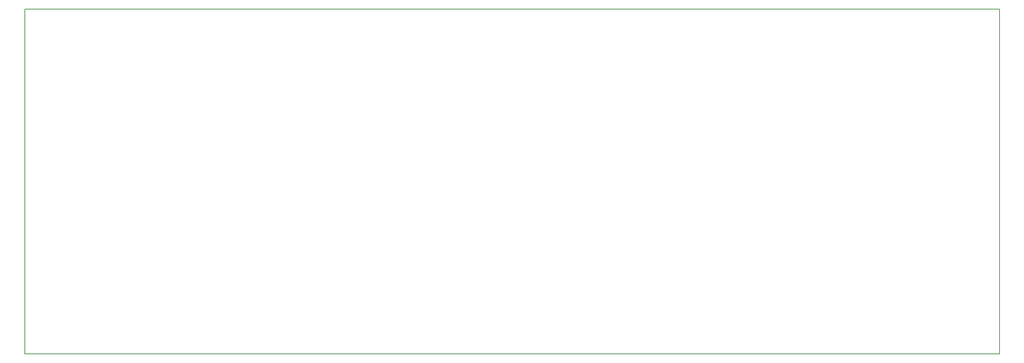
<source format=gm1>
G04 #@! TF.FileFunction,Profile,NP*
%FSLAX46Y46*%
G04 Gerber Fmt 4.6, Leading zero omitted, Abs format (unit mm)*
G04 Created by KiCad (PCBNEW 4.0.6+dfsg1-1) date Wed Nov  8 01:43:36 2017*
%MOMM*%
%LPD*%
G01*
G04 APERTURE LIST*
%ADD10C,0.100000*%
%ADD11C,0.150000*%
G04 APERTURE END LIST*
D10*
D11*
X88000000Y-147000000D02*
X88000000Y-67000000D01*
X314000000Y-67000000D02*
X314000000Y-147000000D01*
X314000000Y-147000000D02*
X88000000Y-147000000D01*
X88000000Y-67000000D02*
X314000000Y-67000000D01*
M02*

</source>
